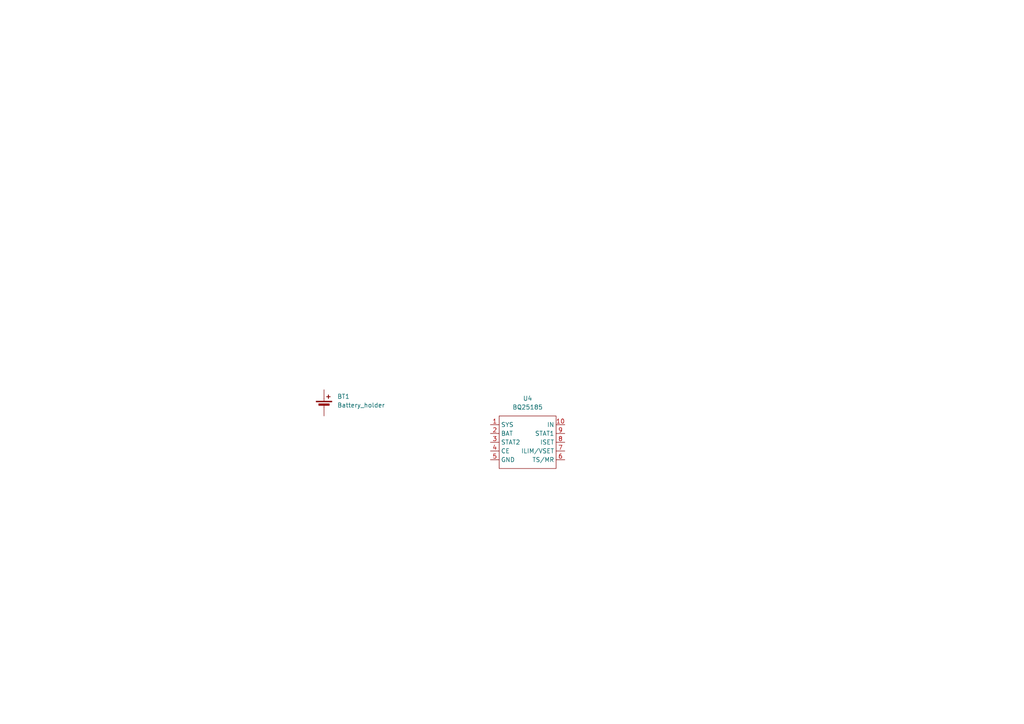
<source format=kicad_sch>
(kicad_sch (version 20231120) (generator "eeschema") (generator_version "8.0")
  (paper "A4")
  (lib_symbols
    (symbol "Battery_Management:BQ25185"
      (property "Reference" "U" (at 0 7.874 0))
      (property "Value" "BQ25185" (at 0 7.874 0))
      (symbol "BQ25185_0_0"
        (pin passive line (at 0 -2.54 0) (length 2.54) (name "SYS") (number "1"))
        (pin passive line (at 21.59 -2.54 180) (length 2.54) (name "IN") (number "10"))
        (pin passive line (at 0 -5.08 0) (length 2.54) (name "BAT") (number "2"))
        (pin passive line (at 0 -7.62 0) (length 2.54) (name "STAT2") (number "3"))
        (pin passive line (at 0 -10.16 0) (length 2.54) (name "CE") (number "4"))
        (pin passive line (at 0 -12.7 0) (length 2.54) (name "GND") (number "5"))
        (pin passive line (at 21.59 -12.7 180) (length 2.54) (name "TS/MR") (number "6"))
        (pin passive line (at 21.59 -10.16 180) (length 2.54) (name "ILIM/VSET") (number "7"))
        (pin passive line (at 21.59 -7.62 180) (length 2.54) (name "ISET") (number "8"))
        (pin passive line (at 21.59 -5.08 180) (length 2.54) (name "STAT1") (number "9"))
      )
      (symbol "BQ25185_0_1"
        (rectangle (start 2.54 0) (end 19.05 -15.24))
      )
    )
    (symbol "Device:Battery_holder" (pin_numbers hide) (pin_names (offset 0) hide)
      (property "Reference" "BT" (at 2.54 2.54 0))
      (property "Value" "Battery_holder" (at 2.54 0 0))
      (symbol "Battery_holder_0_1"
        (rectangle (start -2.286 1.778) (end 2.286 1.524) (fill (type outline)))
        (rectangle (start -1.524 1.016) (end 1.524 0.508) (fill (type outline)))
        (polyline (pts (xy 0 0.762) (xy 0 0)))
        (polyline (pts (xy 0 1.778) (xy 0 2.54)))
        (polyline (pts (xy 0.762 3.048) (xy 1.778 3.048)) (stroke (width 0.254)))
        (polyline (pts (xy 1.27 3.556) (xy 1.27 2.54)) (stroke (width 0.254)))
      )
      (symbol "Battery_holder_1_1"
        (pin passive line (at 0 5.08 270) (length 2.54) (name "+") (number "1"))
        (pin passive line (at 0 -2.54 90) (length 2.54) (name "-") (number "2"))
      )
    )
  )
  (symbol (lib_id "Battery_Management:BQ25185") (at 142.24 120.65 0) (unit 1)
    (property "Reference" "U4" (at 153.035 115.57 0))
    (property "Value" "BQ25185" (at 153.035 118.11 0))
    (property "Footprint" "Package_SON:Texas_DLH0010A_WSON10_2x2.2_P0.4_EP0.9x1.5" (effects (hide yes)))
    (property "Datasheet" "https://www.ti.com/lit/ds/symlink/bq25185.pdf?ts=1715512646862&ref_url=https%253A%252F%252Fwww.mouser.tw%252F" (effects (hide yes)))
    (property "Description" "1-cell, 1-A stand-alone linear battery charger with power path and solar input support" (effects (hide yes)))
    (property "PN" "BQ25185DLHR" (effects (hide yes)))
  )
  (symbol (lib_id "Device:Battery_holder") (at 93.98 118.11 0) (unit 1)
    (property "Reference" "BT1" (at 97.79 114.9984 0) (effects (justify left)))
    (property "Value" "Battery_holder" (at 97.79 117.5384 0) (effects (justify left)))
    (property "Description" "Battery holder" (effects (hide yes)))
  )
)
</source>
